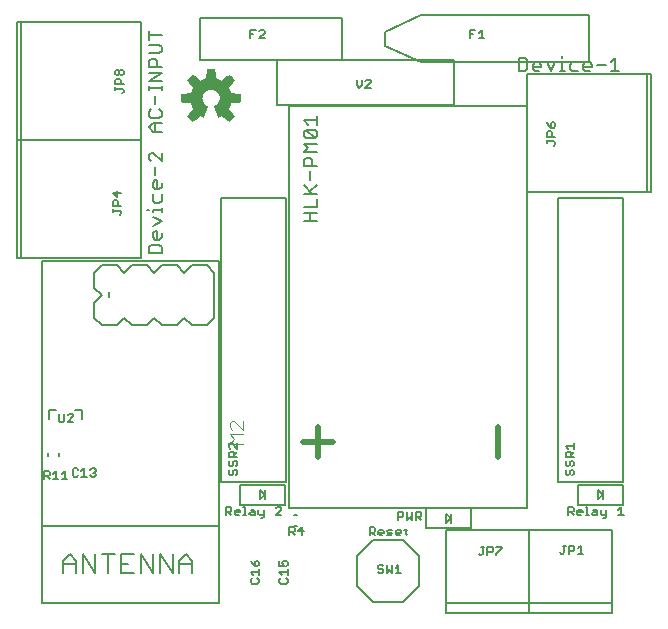
<source format=gto>
G75*
%MOIN*%
%OFA0B0*%
%FSLAX25Y25*%
%IPPOS*%
%LPD*%
%AMOC8*
5,1,8,0,0,1.08239X$1,22.5*
%
%ADD10C,0.00600*%
%ADD11C,0.00500*%
%ADD12C,0.00800*%
%ADD13C,0.02000*%
%ADD14C,0.00300*%
%ADD15C,0.00400*%
D10*
X0016796Y0014530D02*
X0016796Y0018800D01*
X0018931Y0020935D01*
X0021067Y0018800D01*
X0021067Y0014530D01*
X0023242Y0014530D02*
X0023242Y0020935D01*
X0027512Y0014530D01*
X0027512Y0020935D01*
X0029687Y0020935D02*
X0033958Y0020935D01*
X0031822Y0020935D02*
X0031822Y0014530D01*
X0036133Y0014530D02*
X0040403Y0014530D01*
X0042578Y0014530D02*
X0042578Y0020935D01*
X0046849Y0014530D01*
X0046849Y0020935D01*
X0049024Y0020935D02*
X0053294Y0014530D01*
X0053294Y0020935D01*
X0055469Y0018800D02*
X0057604Y0020935D01*
X0059740Y0018800D01*
X0059740Y0014530D01*
X0059740Y0017733D02*
X0055469Y0017733D01*
X0055469Y0018800D02*
X0055469Y0014530D01*
X0049024Y0014530D02*
X0049024Y0020935D01*
X0040403Y0020935D02*
X0036133Y0020935D01*
X0036133Y0014530D01*
X0036133Y0017733D02*
X0038268Y0017733D01*
X0021067Y0017733D02*
X0016796Y0017733D01*
X0015433Y0053656D02*
X0015433Y0054656D01*
X0011633Y0054656D02*
X0011633Y0053656D01*
X0032037Y0106518D02*
X0032037Y0108487D01*
X0093742Y0034009D02*
X0094742Y0034009D01*
X0094742Y0030209D02*
X0093742Y0030209D01*
D11*
X0009556Y0030230D02*
X0009556Y0004630D01*
X0068556Y0004630D01*
X0068556Y0030230D01*
X0009556Y0030230D01*
X0009556Y0118830D01*
X0068556Y0118830D01*
X0068556Y0030230D01*
X0070957Y0033945D02*
X0070957Y0036648D01*
X0072308Y0036648D01*
X0072758Y0036197D01*
X0072758Y0035296D01*
X0072308Y0034846D01*
X0070957Y0034846D01*
X0071857Y0034846D02*
X0072758Y0033945D01*
X0073903Y0034396D02*
X0073903Y0035296D01*
X0074354Y0035747D01*
X0075254Y0035747D01*
X0075705Y0035296D01*
X0075705Y0034846D01*
X0073903Y0034846D01*
X0073903Y0034396D02*
X0074354Y0033945D01*
X0075254Y0033945D01*
X0076850Y0033945D02*
X0077750Y0033945D01*
X0077300Y0033945D02*
X0077300Y0036648D01*
X0076850Y0036648D01*
X0078814Y0034396D02*
X0079264Y0034846D01*
X0080616Y0034846D01*
X0080616Y0035296D02*
X0080616Y0033945D01*
X0079264Y0033945D01*
X0078814Y0034396D01*
X0079264Y0035747D02*
X0080165Y0035747D01*
X0080616Y0035296D01*
X0081761Y0035747D02*
X0081761Y0034396D01*
X0082211Y0033945D01*
X0083562Y0033945D01*
X0083562Y0033495D02*
X0083112Y0033045D01*
X0082661Y0033045D01*
X0083562Y0033495D02*
X0083562Y0035747D01*
X0087654Y0036197D02*
X0088104Y0036648D01*
X0089005Y0036648D01*
X0089455Y0036197D01*
X0089455Y0035747D01*
X0087654Y0033945D01*
X0089455Y0033945D01*
X0091880Y0036439D02*
X0091880Y0170298D01*
X0171407Y0170298D01*
X0171407Y0036439D01*
X0091880Y0036439D01*
X0092130Y0030100D02*
X0093481Y0030100D01*
X0093931Y0029650D01*
X0093931Y0028749D01*
X0093481Y0028299D01*
X0092130Y0028299D01*
X0093031Y0028299D02*
X0093931Y0027398D01*
X0095076Y0028749D02*
X0096878Y0028749D01*
X0096428Y0027398D02*
X0096428Y0030100D01*
X0095076Y0028749D01*
X0092130Y0027398D02*
X0092130Y0030100D01*
X0091104Y0018831D02*
X0091554Y0018381D01*
X0091554Y0017480D01*
X0091104Y0017030D01*
X0090203Y0017030D02*
X0089753Y0017930D01*
X0089753Y0018381D01*
X0090203Y0018831D01*
X0091104Y0018831D01*
X0090203Y0017030D02*
X0088852Y0017030D01*
X0088852Y0018831D01*
X0088852Y0014984D02*
X0091554Y0014984D01*
X0091554Y0014083D02*
X0091554Y0015885D01*
X0089753Y0014083D02*
X0088852Y0014984D01*
X0089302Y0012938D02*
X0088852Y0012488D01*
X0088852Y0011587D01*
X0089302Y0011137D01*
X0091104Y0011137D01*
X0091554Y0011587D01*
X0091554Y0012488D01*
X0091104Y0012938D01*
X0081920Y0012488D02*
X0081920Y0011587D01*
X0081469Y0011137D01*
X0079668Y0011137D01*
X0079217Y0011587D01*
X0079217Y0012488D01*
X0079668Y0012938D01*
X0080118Y0014083D02*
X0079217Y0014984D01*
X0081920Y0014984D01*
X0081920Y0014083D02*
X0081920Y0015885D01*
X0081469Y0017030D02*
X0080569Y0017030D01*
X0080569Y0018381D01*
X0081019Y0018831D01*
X0081469Y0018831D01*
X0081920Y0018381D01*
X0081920Y0017480D01*
X0081469Y0017030D01*
X0080569Y0017030D02*
X0079668Y0017930D01*
X0079217Y0018831D01*
X0081469Y0012938D02*
X0081920Y0012488D01*
X0114754Y0010219D02*
X0119872Y0005101D01*
X0130108Y0005101D01*
X0135226Y0010219D01*
X0135226Y0020455D01*
X0130108Y0025573D01*
X0119872Y0025573D01*
X0114754Y0020455D01*
X0114754Y0010219D01*
X0121657Y0015093D02*
X0122108Y0014642D01*
X0123009Y0014642D01*
X0123459Y0015093D01*
X0123459Y0015543D01*
X0123009Y0015993D01*
X0122108Y0015993D01*
X0121657Y0016444D01*
X0121657Y0016894D01*
X0122108Y0017344D01*
X0123009Y0017344D01*
X0123459Y0016894D01*
X0124604Y0017344D02*
X0124604Y0014642D01*
X0125505Y0015543D01*
X0126406Y0014642D01*
X0126406Y0017344D01*
X0127551Y0016444D02*
X0128451Y0017344D01*
X0128451Y0014642D01*
X0127551Y0014642D02*
X0129352Y0014642D01*
X0128928Y0027241D02*
X0128044Y0027241D01*
X0127602Y0027683D01*
X0127602Y0028566D01*
X0128044Y0029008D01*
X0128928Y0029008D01*
X0129370Y0028566D01*
X0129370Y0028125D01*
X0127602Y0028125D01*
X0126470Y0027683D02*
X0126028Y0028125D01*
X0125144Y0028125D01*
X0124702Y0028566D01*
X0125144Y0029008D01*
X0126470Y0029008D01*
X0126470Y0027683D02*
X0126028Y0027241D01*
X0124702Y0027241D01*
X0123570Y0028125D02*
X0123570Y0028566D01*
X0123128Y0029008D01*
X0122244Y0029008D01*
X0121802Y0028566D01*
X0121802Y0027683D01*
X0122244Y0027241D01*
X0123128Y0027241D01*
X0123570Y0028125D02*
X0121802Y0028125D01*
X0120669Y0028566D02*
X0120228Y0028125D01*
X0118902Y0028125D01*
X0119786Y0028125D02*
X0120669Y0027241D01*
X0120669Y0028566D02*
X0120669Y0029450D01*
X0120228Y0029892D01*
X0118902Y0029892D01*
X0118902Y0027241D01*
X0128350Y0032359D02*
X0128350Y0035061D01*
X0129702Y0035061D01*
X0130152Y0034611D01*
X0130152Y0033710D01*
X0129702Y0033259D01*
X0128350Y0033259D01*
X0131297Y0032359D02*
X0132198Y0033259D01*
X0133098Y0032359D01*
X0133098Y0035061D01*
X0134243Y0035061D02*
X0135595Y0035061D01*
X0136045Y0034611D01*
X0136045Y0033710D01*
X0135595Y0033259D01*
X0134243Y0033259D01*
X0134243Y0032359D02*
X0134243Y0035061D01*
X0135144Y0033259D02*
X0136045Y0032359D01*
X0131297Y0032359D02*
X0131297Y0035061D01*
X0130944Y0029450D02*
X0130944Y0027683D01*
X0131386Y0027241D01*
X0131386Y0029008D02*
X0130502Y0029008D01*
X0155240Y0021155D02*
X0155691Y0020705D01*
X0156141Y0020705D01*
X0156591Y0021155D01*
X0156591Y0023407D01*
X0156141Y0023407D02*
X0157042Y0023407D01*
X0158187Y0023407D02*
X0159538Y0023407D01*
X0159988Y0022957D01*
X0159988Y0022056D01*
X0159538Y0021606D01*
X0158187Y0021606D01*
X0158187Y0020705D02*
X0158187Y0023407D01*
X0161133Y0023407D02*
X0162935Y0023407D01*
X0162935Y0022957D01*
X0161133Y0021155D01*
X0161133Y0020705D01*
X0182406Y0021549D02*
X0182856Y0021099D01*
X0183306Y0021099D01*
X0183757Y0021549D01*
X0183757Y0023801D01*
X0184207Y0023801D02*
X0183306Y0023801D01*
X0185352Y0023801D02*
X0185352Y0021099D01*
X0185352Y0022000D02*
X0186703Y0022000D01*
X0187154Y0022450D01*
X0187154Y0023351D01*
X0186703Y0023801D01*
X0185352Y0023801D01*
X0188299Y0022900D02*
X0189199Y0023801D01*
X0189199Y0021099D01*
X0188299Y0021099D02*
X0190100Y0021099D01*
X0189428Y0033945D02*
X0188527Y0033945D01*
X0188076Y0034396D01*
X0188076Y0035296D01*
X0188527Y0035747D01*
X0189428Y0035747D01*
X0189878Y0035296D01*
X0189878Y0034846D01*
X0188076Y0034846D01*
X0186931Y0035296D02*
X0186481Y0034846D01*
X0185130Y0034846D01*
X0186031Y0034846D02*
X0186931Y0033945D01*
X0186931Y0035296D02*
X0186931Y0036197D01*
X0186481Y0036648D01*
X0185130Y0036648D01*
X0185130Y0033945D01*
X0191023Y0033945D02*
X0191924Y0033945D01*
X0191473Y0033945D02*
X0191473Y0036648D01*
X0191023Y0036648D01*
X0193438Y0035747D02*
X0194338Y0035747D01*
X0194789Y0035296D01*
X0194789Y0033945D01*
X0193438Y0033945D01*
X0192987Y0034396D01*
X0193438Y0034846D01*
X0194789Y0034846D01*
X0195934Y0034396D02*
X0196384Y0033945D01*
X0197735Y0033945D01*
X0197735Y0033495D02*
X0197285Y0033045D01*
X0196835Y0033045D01*
X0197735Y0033495D02*
X0197735Y0035747D01*
X0195934Y0035747D02*
X0195934Y0034396D01*
X0201827Y0033945D02*
X0203628Y0033945D01*
X0202728Y0033945D02*
X0202728Y0036648D01*
X0201827Y0035747D01*
X0203337Y0045101D02*
X0181683Y0045101D01*
X0181683Y0139589D01*
X0203337Y0139589D01*
X0203337Y0045101D01*
X0186945Y0047770D02*
X0186495Y0047319D01*
X0186945Y0047770D02*
X0186945Y0048670D01*
X0186495Y0049121D01*
X0186044Y0049121D01*
X0185594Y0048670D01*
X0185594Y0047770D01*
X0185143Y0047319D01*
X0184693Y0047319D01*
X0184243Y0047770D01*
X0184243Y0048670D01*
X0184693Y0049121D01*
X0184693Y0050266D02*
X0185143Y0050266D01*
X0185594Y0050716D01*
X0185594Y0051617D01*
X0186044Y0052067D01*
X0186495Y0052067D01*
X0186945Y0051617D01*
X0186945Y0050716D01*
X0186495Y0050266D01*
X0184693Y0050266D02*
X0184243Y0050716D01*
X0184243Y0051617D01*
X0184693Y0052067D01*
X0184243Y0053212D02*
X0184243Y0054563D01*
X0184693Y0055014D01*
X0185594Y0055014D01*
X0186044Y0054563D01*
X0186044Y0053212D01*
X0186945Y0053212D02*
X0184243Y0053212D01*
X0186044Y0054113D02*
X0186945Y0055014D01*
X0186945Y0056159D02*
X0186945Y0057960D01*
X0186945Y0057060D02*
X0184243Y0057060D01*
X0185143Y0056159D01*
X0175423Y0141557D02*
X0208494Y0141557D01*
X0210463Y0141557D01*
X0211250Y0141557D01*
X0211250Y0180928D01*
X0171486Y0180928D01*
X0171486Y0141557D01*
X0173455Y0141557D01*
X0175423Y0141557D01*
X0180235Y0157162D02*
X0180685Y0157612D01*
X0180685Y0158063D01*
X0180235Y0158513D01*
X0177983Y0158513D01*
X0177983Y0158063D02*
X0177983Y0158963D01*
X0177983Y0160108D02*
X0177983Y0161459D01*
X0178433Y0161910D01*
X0179334Y0161910D01*
X0179784Y0161459D01*
X0179784Y0160108D01*
X0180685Y0160108D02*
X0177983Y0160108D01*
X0179334Y0163055D02*
X0179334Y0164406D01*
X0179784Y0164856D01*
X0180235Y0164856D01*
X0180685Y0164406D01*
X0180685Y0163505D01*
X0180235Y0163055D01*
X0179334Y0163055D01*
X0178433Y0163956D01*
X0177983Y0164856D01*
X0191880Y0184865D02*
X0191880Y0200613D01*
X0135974Y0200613D01*
X0124163Y0195101D01*
X0124163Y0190376D01*
X0135974Y0184865D01*
X0191880Y0184865D01*
X0211250Y0180928D02*
X0212825Y0180928D01*
X0212825Y0141557D01*
X0211250Y0141557D01*
X0157114Y0192989D02*
X0155313Y0192989D01*
X0156213Y0192989D02*
X0156213Y0195691D01*
X0155313Y0194790D01*
X0154168Y0195691D02*
X0152366Y0195691D01*
X0152366Y0192989D01*
X0152366Y0194340D02*
X0153267Y0194340D01*
X0146998Y0185652D02*
X0087943Y0185652D01*
X0087943Y0170691D01*
X0146998Y0170691D01*
X0146998Y0185652D01*
X0119319Y0178705D02*
X0118869Y0179155D01*
X0117968Y0179155D01*
X0117517Y0178705D01*
X0116372Y0179155D02*
X0116372Y0177354D01*
X0115472Y0176453D01*
X0114571Y0177354D01*
X0114571Y0179155D01*
X0117517Y0176453D02*
X0119319Y0178255D01*
X0119319Y0178705D01*
X0119319Y0176453D02*
X0117517Y0176453D01*
X0109596Y0185652D02*
X0109596Y0199825D01*
X0062352Y0199825D01*
X0062352Y0185652D01*
X0109596Y0185652D01*
X0083886Y0192989D02*
X0082084Y0192989D01*
X0083886Y0194790D01*
X0083886Y0195241D01*
X0083435Y0195691D01*
X0082535Y0195691D01*
X0082084Y0195241D01*
X0080939Y0195691D02*
X0079138Y0195691D01*
X0079138Y0192989D01*
X0079138Y0194340D02*
X0080039Y0194340D01*
X0042589Y0198250D02*
X0042589Y0158880D01*
X0002825Y0158880D01*
X0002825Y0198250D01*
X0001250Y0198250D01*
X0001250Y0158880D01*
X0002825Y0158880D01*
X0002825Y0119510D01*
X0042589Y0119510D01*
X0042589Y0158880D01*
X0040620Y0158880D01*
X0038652Y0158880D01*
X0005581Y0158880D01*
X0003612Y0158880D01*
X0002825Y0158880D01*
X0001250Y0158880D01*
X0001250Y0119510D01*
X0002825Y0119510D01*
X0027056Y0114730D02*
X0027056Y0109730D01*
X0029556Y0107230D01*
X0027056Y0104730D01*
X0027056Y0099730D01*
X0029556Y0097230D01*
X0034556Y0097230D01*
X0037056Y0099730D01*
X0039556Y0097230D01*
X0044556Y0097230D01*
X0047056Y0099730D01*
X0049556Y0097230D01*
X0054556Y0097230D01*
X0057056Y0099730D01*
X0059556Y0097230D01*
X0064556Y0097230D01*
X0067056Y0099730D01*
X0067056Y0114730D01*
X0064556Y0117230D01*
X0059556Y0117230D01*
X0057056Y0114730D01*
X0054556Y0117230D01*
X0049556Y0117230D01*
X0047056Y0114730D01*
X0044556Y0117230D01*
X0039556Y0117230D01*
X0037056Y0114730D01*
X0034556Y0117230D01*
X0029556Y0117230D01*
X0027056Y0114730D01*
X0035639Y0134149D02*
X0036090Y0134599D01*
X0036090Y0135050D01*
X0035639Y0135500D01*
X0033387Y0135500D01*
X0033387Y0135050D02*
X0033387Y0135951D01*
X0033387Y0137096D02*
X0033387Y0138447D01*
X0033838Y0138897D01*
X0034739Y0138897D01*
X0035189Y0138447D01*
X0035189Y0137096D01*
X0036090Y0137096D02*
X0033387Y0137096D01*
X0034739Y0140042D02*
X0034739Y0141844D01*
X0036090Y0141393D02*
X0033387Y0141393D01*
X0034739Y0140042D01*
X0069439Y0139589D02*
X0069439Y0045101D01*
X0091093Y0045101D01*
X0091093Y0139589D01*
X0069439Y0139589D01*
X0036427Y0174700D02*
X0036877Y0175151D01*
X0036877Y0175601D01*
X0036427Y0176051D01*
X0034175Y0176051D01*
X0034175Y0175601D02*
X0034175Y0176502D01*
X0034175Y0177647D02*
X0034175Y0178998D01*
X0034625Y0179448D01*
X0035526Y0179448D01*
X0035976Y0178998D01*
X0035976Y0177647D01*
X0036877Y0177647D02*
X0034175Y0177647D01*
X0034625Y0180593D02*
X0034175Y0181044D01*
X0034175Y0181944D01*
X0034625Y0182395D01*
X0035076Y0182395D01*
X0035526Y0181944D01*
X0035526Y0181044D01*
X0035076Y0180593D01*
X0034625Y0180593D01*
X0035526Y0181044D02*
X0035976Y0180593D01*
X0036427Y0180593D01*
X0036877Y0181044D01*
X0036877Y0181944D01*
X0036427Y0182395D01*
X0035976Y0182395D01*
X0035526Y0181944D01*
X0038652Y0198250D02*
X0005581Y0198250D01*
X0003612Y0198250D01*
X0002825Y0198250D01*
X0038652Y0198250D02*
X0040620Y0198250D01*
X0042589Y0198250D01*
X0019656Y0067738D02*
X0018755Y0067738D01*
X0018305Y0067288D01*
X0017160Y0067738D02*
X0017160Y0065486D01*
X0016709Y0065036D01*
X0015809Y0065036D01*
X0015358Y0065486D01*
X0015358Y0067738D01*
X0018305Y0065036D02*
X0020106Y0066837D01*
X0020106Y0067288D01*
X0019656Y0067738D01*
X0020106Y0065036D02*
X0018305Y0065036D01*
X0020319Y0049510D02*
X0019869Y0049059D01*
X0019869Y0047258D01*
X0020319Y0046807D01*
X0021220Y0046807D01*
X0021670Y0047258D01*
X0022815Y0046807D02*
X0024617Y0046807D01*
X0023716Y0046807D02*
X0023716Y0049510D01*
X0022815Y0048609D01*
X0021670Y0049059D02*
X0021220Y0049510D01*
X0020319Y0049510D01*
X0017213Y0048722D02*
X0017213Y0046020D01*
X0016313Y0046020D02*
X0018114Y0046020D01*
X0016313Y0047822D02*
X0017213Y0048722D01*
X0014267Y0048722D02*
X0014267Y0046020D01*
X0013366Y0046020D02*
X0015168Y0046020D01*
X0013366Y0047822D02*
X0014267Y0048722D01*
X0012221Y0048272D02*
X0012221Y0047371D01*
X0011771Y0046921D01*
X0010420Y0046921D01*
X0011320Y0046921D02*
X0012221Y0046020D01*
X0010420Y0046020D02*
X0010420Y0048722D01*
X0011771Y0048722D01*
X0012221Y0048272D01*
X0025762Y0049059D02*
X0026212Y0049510D01*
X0027113Y0049510D01*
X0027563Y0049059D01*
X0027563Y0048609D01*
X0027113Y0048159D01*
X0027563Y0047708D01*
X0027563Y0047258D01*
X0027113Y0046807D01*
X0026212Y0046807D01*
X0025762Y0047258D01*
X0026662Y0048159D02*
X0027113Y0048159D01*
X0071998Y0047770D02*
X0072449Y0047319D01*
X0072899Y0047319D01*
X0073350Y0047770D01*
X0073350Y0048670D01*
X0073800Y0049121D01*
X0074250Y0049121D01*
X0074701Y0048670D01*
X0074701Y0047770D01*
X0074250Y0047319D01*
X0071998Y0047770D02*
X0071998Y0048670D01*
X0072449Y0049121D01*
X0072449Y0050266D02*
X0072899Y0050266D01*
X0073350Y0050716D01*
X0073350Y0051617D01*
X0073800Y0052067D01*
X0074250Y0052067D01*
X0074701Y0051617D01*
X0074701Y0050716D01*
X0074250Y0050266D01*
X0072449Y0050266D02*
X0071998Y0050716D01*
X0071998Y0051617D01*
X0072449Y0052067D01*
X0071998Y0053212D02*
X0071998Y0054563D01*
X0072449Y0055014D01*
X0073350Y0055014D01*
X0073800Y0054563D01*
X0073800Y0053212D01*
X0074701Y0053212D02*
X0071998Y0053212D01*
X0073800Y0054113D02*
X0074701Y0055014D01*
X0074701Y0056159D02*
X0072899Y0057960D01*
X0072449Y0057960D01*
X0071998Y0057510D01*
X0071998Y0056609D01*
X0072449Y0056159D01*
X0074701Y0056159D02*
X0074701Y0057960D01*
D12*
X0075738Y0044117D02*
X0090699Y0044117D01*
X0090699Y0037424D01*
X0075738Y0037424D01*
X0075738Y0044117D01*
X0082431Y0042345D02*
X0082431Y0039195D01*
X0084006Y0040770D01*
X0082431Y0042345D01*
X0084006Y0042345D02*
X0084006Y0040770D01*
X0084006Y0039195D01*
X0137667Y0036203D02*
X0137667Y0029510D01*
X0152628Y0029510D01*
X0152628Y0036203D01*
X0137667Y0036203D01*
X0144360Y0034431D02*
X0144360Y0031282D01*
X0145935Y0032857D01*
X0144360Y0034431D01*
X0145935Y0034431D02*
X0145935Y0032857D01*
X0145935Y0031282D01*
X0144439Y0028959D02*
X0144439Y0004550D01*
X0171998Y0004550D01*
X0171998Y0001400D01*
X0144439Y0001400D01*
X0144439Y0004550D01*
X0144439Y0028959D02*
X0171998Y0028959D01*
X0171998Y0004550D01*
X0199557Y0004550D01*
X0199557Y0001400D01*
X0171998Y0001400D01*
X0171998Y0004550D01*
X0171998Y0028959D01*
X0199557Y0028959D01*
X0199557Y0004550D01*
X0203297Y0037424D02*
X0188337Y0037424D01*
X0188337Y0044117D01*
X0203297Y0044117D01*
X0203297Y0037424D01*
X0196604Y0039195D02*
X0196604Y0040770D01*
X0195030Y0039195D01*
X0195030Y0042345D01*
X0196604Y0040770D01*
X0196604Y0042345D01*
X0101244Y0131937D02*
X0097040Y0131937D01*
X0099142Y0131937D02*
X0099142Y0134739D01*
X0097040Y0134739D02*
X0101244Y0134739D01*
X0101244Y0136541D02*
X0101244Y0139343D01*
X0101244Y0141145D02*
X0097040Y0141145D01*
X0099142Y0141845D02*
X0101244Y0143947D01*
X0099142Y0145749D02*
X0099142Y0148551D01*
X0099843Y0150353D02*
X0099843Y0152455D01*
X0099142Y0153155D01*
X0097741Y0153155D01*
X0097040Y0152455D01*
X0097040Y0150353D01*
X0101244Y0150353D01*
X0101244Y0154957D02*
X0097040Y0154957D01*
X0098441Y0156358D01*
X0097040Y0157759D01*
X0101244Y0157759D01*
X0100543Y0159561D02*
X0097741Y0162363D01*
X0100543Y0162363D01*
X0101244Y0161662D01*
X0101244Y0160261D01*
X0100543Y0159561D01*
X0097741Y0159561D01*
X0097040Y0160261D01*
X0097040Y0161662D01*
X0097741Y0162363D01*
X0098441Y0164165D02*
X0097040Y0165566D01*
X0101244Y0165566D01*
X0101244Y0164165D02*
X0101244Y0166967D01*
X0097040Y0143947D02*
X0099843Y0141145D01*
X0101244Y0136541D02*
X0097040Y0136541D01*
X0049551Y0136441D02*
X0049551Y0135039D01*
X0049551Y0135740D02*
X0046748Y0135740D01*
X0046748Y0135039D01*
X0045347Y0135740D02*
X0044647Y0135740D01*
X0046748Y0133238D02*
X0049551Y0131837D01*
X0046748Y0130435D01*
X0047449Y0128634D02*
X0046748Y0127933D01*
X0046748Y0126532D01*
X0047449Y0125832D01*
X0048850Y0125832D01*
X0049551Y0126532D01*
X0049551Y0127933D01*
X0048150Y0128634D02*
X0048150Y0125832D01*
X0048850Y0124030D02*
X0046048Y0124030D01*
X0045347Y0123329D01*
X0045347Y0121228D01*
X0049551Y0121228D01*
X0049551Y0123329D01*
X0048850Y0124030D01*
X0048150Y0128634D02*
X0047449Y0128634D01*
X0047449Y0138109D02*
X0046748Y0138809D01*
X0046748Y0140911D01*
X0047449Y0142713D02*
X0046748Y0143413D01*
X0046748Y0144814D01*
X0047449Y0145515D01*
X0048150Y0145515D01*
X0048150Y0142713D01*
X0048850Y0142713D02*
X0047449Y0142713D01*
X0048850Y0142713D02*
X0049551Y0143413D01*
X0049551Y0144814D01*
X0047449Y0147316D02*
X0047449Y0150119D01*
X0046048Y0151920D02*
X0045347Y0152621D01*
X0045347Y0154022D01*
X0046048Y0154723D01*
X0046748Y0154723D01*
X0049551Y0151920D01*
X0049551Y0154723D01*
X0049551Y0161779D02*
X0046748Y0161779D01*
X0045347Y0163180D01*
X0046748Y0164581D01*
X0049551Y0164581D01*
X0048850Y0166383D02*
X0049551Y0167083D01*
X0049551Y0168484D01*
X0048850Y0169185D01*
X0047449Y0170987D02*
X0047449Y0173789D01*
X0049551Y0175591D02*
X0049551Y0176992D01*
X0049551Y0176291D02*
X0045347Y0176291D01*
X0045347Y0175591D02*
X0045347Y0176992D01*
X0045347Y0178660D02*
X0049551Y0181462D01*
X0045347Y0181462D01*
X0045347Y0183264D02*
X0045347Y0185366D01*
X0046048Y0186066D01*
X0047449Y0186066D01*
X0048150Y0185366D01*
X0048150Y0183264D01*
X0049551Y0183264D02*
X0045347Y0183264D01*
X0045347Y0178660D02*
X0049551Y0178660D01*
X0048850Y0187868D02*
X0045347Y0187868D01*
X0045347Y0190670D02*
X0048850Y0190670D01*
X0049551Y0189969D01*
X0049551Y0188568D01*
X0048850Y0187868D01*
X0045347Y0192472D02*
X0045347Y0195274D01*
X0045347Y0193873D02*
X0049551Y0193873D01*
X0046048Y0169185D02*
X0045347Y0168484D01*
X0045347Y0167083D01*
X0046048Y0166383D01*
X0048850Y0166383D01*
X0047449Y0164581D02*
X0047449Y0161779D01*
X0049551Y0140911D02*
X0049551Y0138809D01*
X0048850Y0138109D01*
X0047449Y0138109D01*
X0022982Y0069117D02*
X0020620Y0069117D01*
X0022982Y0069117D02*
X0022982Y0065967D01*
X0014321Y0069117D02*
X0011959Y0069117D01*
X0011959Y0065967D01*
X0168658Y0182036D02*
X0170760Y0182036D01*
X0171460Y0182737D01*
X0171460Y0185539D01*
X0170760Y0186240D01*
X0168658Y0186240D01*
X0168658Y0182036D01*
X0173262Y0182737D02*
X0173262Y0184138D01*
X0173962Y0184839D01*
X0175364Y0184839D01*
X0176064Y0184138D01*
X0176064Y0183437D01*
X0173262Y0183437D01*
X0173262Y0182737D02*
X0173962Y0182036D01*
X0175364Y0182036D01*
X0177866Y0184839D02*
X0179267Y0182036D01*
X0180668Y0184839D01*
X0182470Y0184839D02*
X0183170Y0184839D01*
X0183170Y0182036D01*
X0182470Y0182036D02*
X0183871Y0182036D01*
X0185539Y0182737D02*
X0185539Y0184138D01*
X0186240Y0184839D01*
X0188341Y0184839D01*
X0190143Y0184138D02*
X0190143Y0182737D01*
X0190843Y0182036D01*
X0192245Y0182036D01*
X0192945Y0183437D02*
X0192945Y0184138D01*
X0192245Y0184839D01*
X0190843Y0184839D01*
X0190143Y0184138D01*
X0190143Y0183437D02*
X0192945Y0183437D01*
X0194747Y0184138D02*
X0197549Y0184138D01*
X0199351Y0184839D02*
X0200752Y0186240D01*
X0200752Y0182036D01*
X0199351Y0182036D02*
X0202153Y0182036D01*
X0188341Y0182036D02*
X0186240Y0182036D01*
X0185539Y0182737D01*
X0183170Y0186240D02*
X0183170Y0186940D01*
D13*
X0161644Y0063369D02*
X0161644Y0053369D01*
X0106644Y0058369D02*
X0096644Y0058369D01*
X0101644Y0053369D02*
X0101644Y0063369D01*
D14*
X0071956Y0165298D02*
X0073652Y0166994D01*
X0071634Y0169468D01*
X0072147Y0170464D01*
X0072489Y0171531D01*
X0075665Y0171854D01*
X0075665Y0174253D01*
X0072489Y0174576D01*
X0072147Y0175643D01*
X0071634Y0176639D01*
X0073652Y0179113D01*
X0071956Y0180809D01*
X0069481Y0178792D01*
X0068485Y0179305D01*
X0067418Y0179647D01*
X0067095Y0182823D01*
X0064696Y0182823D01*
X0064374Y0179647D01*
X0063306Y0179305D01*
X0062310Y0178792D01*
X0059836Y0180809D01*
X0058140Y0179113D01*
X0060157Y0176639D01*
X0059644Y0175643D01*
X0059302Y0174576D01*
X0056126Y0174253D01*
X0056126Y0171854D01*
X0059302Y0171531D01*
X0059644Y0170464D01*
X0060157Y0169468D01*
X0058140Y0166994D01*
X0059836Y0165298D01*
X0062310Y0167315D01*
X0063306Y0166802D01*
X0064719Y0170212D01*
X0064187Y0170496D01*
X0063721Y0170879D01*
X0063338Y0171345D01*
X0063054Y0171876D01*
X0062879Y0172453D01*
X0062820Y0173054D01*
X0062885Y0173682D01*
X0063076Y0174284D01*
X0063387Y0174833D01*
X0063803Y0175308D01*
X0064308Y0175688D01*
X0064880Y0175957D01*
X0065494Y0176103D01*
X0066125Y0176121D01*
X0066747Y0176009D01*
X0067333Y0175773D01*
X0067858Y0175422D01*
X0068300Y0174971D01*
X0068641Y0174440D01*
X0068867Y0173850D01*
X0068967Y0173226D01*
X0068937Y0172595D01*
X0068779Y0171984D01*
X0068500Y0171417D01*
X0068111Y0170920D01*
X0067628Y0170512D01*
X0067073Y0170212D01*
X0068485Y0166802D01*
X0069481Y0167315D01*
X0071956Y0165298D01*
X0072213Y0165555D02*
X0071639Y0165555D01*
X0071273Y0165854D02*
X0072512Y0165854D01*
X0072810Y0166152D02*
X0070907Y0166152D01*
X0070541Y0166451D02*
X0073109Y0166451D01*
X0073407Y0166749D02*
X0070175Y0166749D01*
X0069809Y0167048D02*
X0073607Y0167048D01*
X0073364Y0167346D02*
X0068260Y0167346D01*
X0068383Y0167048D02*
X0068963Y0167048D01*
X0068136Y0167645D02*
X0073121Y0167645D01*
X0072877Y0167943D02*
X0068012Y0167943D01*
X0067889Y0168242D02*
X0072634Y0168242D01*
X0072390Y0168540D02*
X0067765Y0168540D01*
X0067641Y0168839D02*
X0072147Y0168839D01*
X0071904Y0169137D02*
X0067518Y0169137D01*
X0067394Y0169436D02*
X0071660Y0169436D01*
X0071772Y0169734D02*
X0067271Y0169734D01*
X0067147Y0170033D02*
X0071925Y0170033D01*
X0072079Y0170332D02*
X0067294Y0170332D01*
X0067768Y0170630D02*
X0072200Y0170630D01*
X0072296Y0170929D02*
X0068118Y0170929D01*
X0068351Y0171227D02*
X0072392Y0171227D01*
X0072487Y0171526D02*
X0068554Y0171526D01*
X0068701Y0171824D02*
X0075371Y0171824D01*
X0075665Y0172123D02*
X0068815Y0172123D01*
X0068892Y0172421D02*
X0075665Y0172421D01*
X0075665Y0172720D02*
X0068943Y0172720D01*
X0068957Y0173018D02*
X0075665Y0173018D01*
X0075665Y0173317D02*
X0068952Y0173317D01*
X0068904Y0173615D02*
X0075665Y0173615D01*
X0075665Y0173914D02*
X0068842Y0173914D01*
X0068728Y0174212D02*
X0075665Y0174212D01*
X0073128Y0174511D02*
X0068596Y0174511D01*
X0068404Y0174809D02*
X0072414Y0174809D01*
X0072319Y0175108D02*
X0068167Y0175108D01*
X0067874Y0175406D02*
X0072223Y0175406D01*
X0072116Y0175705D02*
X0067435Y0175705D01*
X0066762Y0176003D02*
X0071962Y0176003D01*
X0071808Y0176302D02*
X0059983Y0176302D01*
X0060137Y0176600D02*
X0071654Y0176600D01*
X0071846Y0176899D02*
X0059946Y0176899D01*
X0059702Y0177197D02*
X0072089Y0177197D01*
X0072333Y0177496D02*
X0059459Y0177496D01*
X0059215Y0177794D02*
X0072576Y0177794D01*
X0072819Y0178093D02*
X0058972Y0178093D01*
X0058729Y0178391D02*
X0073063Y0178391D01*
X0073306Y0178690D02*
X0058485Y0178690D01*
X0058242Y0178988D02*
X0062069Y0178988D01*
X0061703Y0179287D02*
X0058313Y0179287D01*
X0058612Y0179585D02*
X0061337Y0179585D01*
X0060971Y0179884D02*
X0058910Y0179884D01*
X0059209Y0180182D02*
X0060605Y0180182D01*
X0060239Y0180481D02*
X0059507Y0180481D01*
X0059806Y0180779D02*
X0059873Y0180779D01*
X0062691Y0178988D02*
X0069100Y0178988D01*
X0069722Y0178988D02*
X0073550Y0178988D01*
X0073478Y0179287D02*
X0070088Y0179287D01*
X0070454Y0179585D02*
X0073180Y0179585D01*
X0072881Y0179884D02*
X0070820Y0179884D01*
X0071187Y0180182D02*
X0072583Y0180182D01*
X0072284Y0180481D02*
X0071553Y0180481D01*
X0071919Y0180779D02*
X0071986Y0180779D01*
X0068521Y0179287D02*
X0063271Y0179287D01*
X0064182Y0179585D02*
X0067610Y0179585D01*
X0067394Y0179884D02*
X0064398Y0179884D01*
X0064428Y0180182D02*
X0067363Y0180182D01*
X0067333Y0180481D02*
X0064458Y0180481D01*
X0064489Y0180779D02*
X0067303Y0180779D01*
X0067272Y0181078D02*
X0064519Y0181078D01*
X0064549Y0181376D02*
X0067242Y0181376D01*
X0067212Y0181675D02*
X0064580Y0181675D01*
X0064610Y0181973D02*
X0067182Y0181973D01*
X0067151Y0182272D02*
X0064640Y0182272D01*
X0064670Y0182570D02*
X0067121Y0182570D01*
X0065074Y0176003D02*
X0059829Y0176003D01*
X0059676Y0175705D02*
X0064343Y0175705D01*
X0063933Y0175406D02*
X0059568Y0175406D01*
X0059473Y0175108D02*
X0063627Y0175108D01*
X0063373Y0174809D02*
X0059377Y0174809D01*
X0058663Y0174511D02*
X0063205Y0174511D01*
X0063054Y0174212D02*
X0056126Y0174212D01*
X0056126Y0173914D02*
X0062958Y0173914D01*
X0062878Y0173615D02*
X0056126Y0173615D01*
X0056126Y0173317D02*
X0062847Y0173317D01*
X0062823Y0173018D02*
X0056126Y0173018D01*
X0056126Y0172720D02*
X0062853Y0172720D01*
X0062889Y0172421D02*
X0056126Y0172421D01*
X0056126Y0172123D02*
X0062979Y0172123D01*
X0063082Y0171824D02*
X0056420Y0171824D01*
X0059304Y0171526D02*
X0063241Y0171526D01*
X0063435Y0171227D02*
X0059400Y0171227D01*
X0059495Y0170929D02*
X0063680Y0170929D01*
X0064023Y0170630D02*
X0059591Y0170630D01*
X0059712Y0170332D02*
X0064495Y0170332D01*
X0064644Y0170033D02*
X0059866Y0170033D01*
X0060020Y0169734D02*
X0064521Y0169734D01*
X0064397Y0169436D02*
X0060131Y0169436D01*
X0059888Y0169137D02*
X0064273Y0169137D01*
X0064150Y0168839D02*
X0059644Y0168839D01*
X0059401Y0168540D02*
X0064026Y0168540D01*
X0063903Y0168242D02*
X0059158Y0168242D01*
X0058914Y0167943D02*
X0063779Y0167943D01*
X0063655Y0167645D02*
X0058671Y0167645D01*
X0058427Y0167346D02*
X0063532Y0167346D01*
X0063408Y0167048D02*
X0062828Y0167048D01*
X0061982Y0167048D02*
X0058184Y0167048D01*
X0058384Y0166749D02*
X0061616Y0166749D01*
X0061250Y0166451D02*
X0058683Y0166451D01*
X0058981Y0166152D02*
X0060884Y0166152D01*
X0060518Y0165854D02*
X0059280Y0165854D01*
X0059578Y0165555D02*
X0060152Y0165555D01*
D15*
X0073019Y0065499D02*
X0072252Y0064732D01*
X0072252Y0063197D01*
X0073019Y0062430D01*
X0072252Y0060895D02*
X0073786Y0059361D01*
X0072252Y0057826D01*
X0076856Y0057826D01*
X0076856Y0060895D02*
X0072252Y0060895D01*
X0073019Y0065499D02*
X0073786Y0065499D01*
X0076856Y0062430D01*
X0076856Y0065499D01*
M02*

</source>
